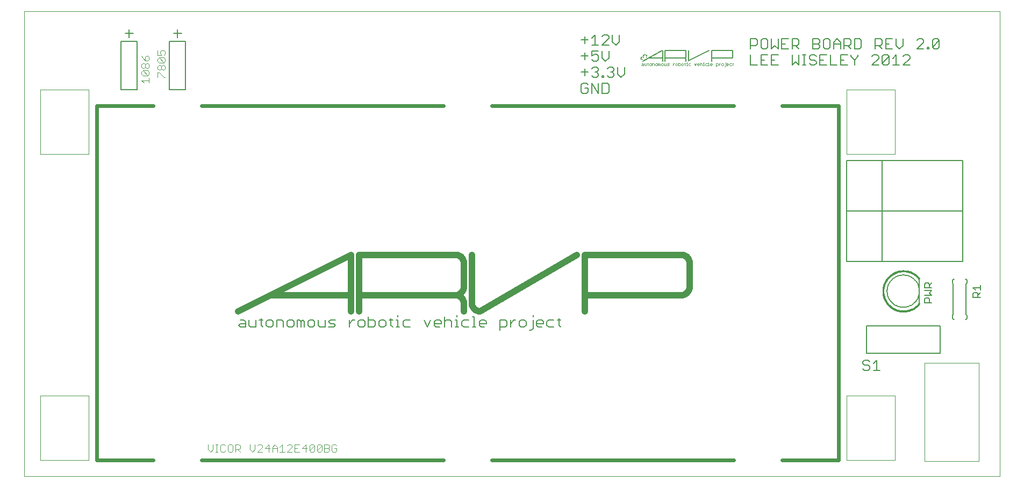
<source format=gto>
G75*
G70*
%OFA0B0*%
%FSLAX24Y24*%
%IPPOS*%
%LPD*%
%AMOC8*
5,1,8,0,0,1.08239X$1,22.5*
%
%ADD10C,0.0000*%
%ADD11C,0.0060*%
%ADD12C,0.0050*%
%ADD13C,0.0080*%
%ADD14C,0.0010*%
%ADD15C,0.0039*%
%ADD16C,0.0020*%
%ADD17C,0.0240*%
%ADD18C,0.0040*%
%ADD19C,0.0070*%
%ADD20C,0.0400*%
D10*
X000101Y000101D02*
X000101Y028971D01*
X060593Y028971D01*
X060593Y000101D01*
X000101Y000101D01*
D11*
X013381Y009488D02*
X013488Y009594D01*
X013808Y009594D01*
X013808Y009701D02*
X013808Y009381D01*
X013488Y009381D01*
X013381Y009488D01*
X013488Y009808D02*
X013701Y009808D01*
X013808Y009701D01*
X014025Y009808D02*
X014025Y009488D01*
X014132Y009381D01*
X014452Y009381D01*
X014452Y009808D01*
X014670Y009808D02*
X014883Y009808D01*
X014777Y009915D02*
X014777Y009488D01*
X014883Y009381D01*
X015100Y009488D02*
X015206Y009381D01*
X015420Y009381D01*
X015527Y009488D01*
X015527Y009701D01*
X015420Y009808D01*
X015206Y009808D01*
X015100Y009701D01*
X015100Y009488D01*
X015744Y009381D02*
X015744Y009808D01*
X016064Y009808D01*
X016171Y009701D01*
X016171Y009381D01*
X016389Y009488D02*
X016389Y009701D01*
X016495Y009808D01*
X016709Y009808D01*
X016816Y009701D01*
X016816Y009488D01*
X016709Y009381D01*
X016495Y009381D01*
X016389Y009488D01*
X017033Y009381D02*
X017033Y009808D01*
X017140Y009808D01*
X017247Y009701D01*
X017353Y009808D01*
X017460Y009701D01*
X017460Y009381D01*
X017247Y009381D02*
X017247Y009701D01*
X017678Y009701D02*
X017678Y009488D01*
X017784Y009381D01*
X017998Y009381D01*
X018105Y009488D01*
X018105Y009701D01*
X017998Y009808D01*
X017784Y009808D01*
X017678Y009701D01*
X018322Y009808D02*
X018322Y009488D01*
X018429Y009381D01*
X018749Y009381D01*
X018749Y009808D01*
X018967Y009701D02*
X019073Y009594D01*
X019287Y009594D01*
X019394Y009488D01*
X019287Y009381D01*
X018967Y009381D01*
X018967Y009701D02*
X019073Y009808D01*
X019394Y009808D01*
X020256Y009808D02*
X020256Y009381D01*
X020256Y009594D02*
X020469Y009808D01*
X020576Y009808D01*
X020793Y009701D02*
X020793Y009488D01*
X020900Y009381D01*
X021113Y009381D01*
X021220Y009488D01*
X021220Y009701D01*
X021113Y009808D01*
X020900Y009808D01*
X020793Y009701D01*
X021437Y009808D02*
X021758Y009808D01*
X021864Y009701D01*
X021864Y009488D01*
X021758Y009381D01*
X021437Y009381D01*
X021437Y010021D01*
X022082Y009701D02*
X022082Y009488D01*
X022189Y009381D01*
X022402Y009381D01*
X022509Y009488D01*
X022509Y009701D01*
X022402Y009808D01*
X022189Y009808D01*
X022082Y009701D01*
X022726Y009808D02*
X022940Y009808D01*
X022833Y009915D02*
X022833Y009488D01*
X022940Y009381D01*
X023156Y009381D02*
X023370Y009381D01*
X023263Y009381D02*
X023263Y009808D01*
X023156Y009808D01*
X023263Y010021D02*
X023263Y010128D01*
X023586Y009701D02*
X023586Y009488D01*
X023693Y009381D01*
X024013Y009381D01*
X024013Y009808D02*
X023693Y009808D01*
X023586Y009701D01*
X024875Y009808D02*
X025088Y009381D01*
X025302Y009808D01*
X025519Y009701D02*
X025519Y009488D01*
X025626Y009381D01*
X025840Y009381D01*
X025946Y009594D02*
X025519Y009594D01*
X025519Y009701D02*
X025626Y009808D01*
X025840Y009808D01*
X025946Y009701D01*
X025946Y009594D01*
X026164Y009701D02*
X026271Y009808D01*
X026484Y009808D01*
X026591Y009701D01*
X026591Y009381D01*
X026808Y009381D02*
X027022Y009381D01*
X026915Y009381D02*
X026915Y009808D01*
X026808Y009808D01*
X026915Y010021D02*
X026915Y010128D01*
X027238Y009701D02*
X027238Y009488D01*
X027345Y009381D01*
X027665Y009381D01*
X027883Y009381D02*
X028096Y009381D01*
X027989Y009381D02*
X027989Y010021D01*
X027883Y010021D01*
X027665Y009808D02*
X027345Y009808D01*
X027238Y009701D01*
X026164Y010021D02*
X026164Y009381D01*
X028312Y009488D02*
X028312Y009701D01*
X028419Y009808D01*
X028633Y009808D01*
X028739Y009701D01*
X028739Y009594D01*
X028312Y009594D01*
X028312Y009488D02*
X028419Y009381D01*
X028633Y009381D01*
X029601Y009381D02*
X029922Y009381D01*
X030028Y009488D01*
X030028Y009701D01*
X029922Y009808D01*
X029601Y009808D01*
X029601Y009167D01*
X030246Y009381D02*
X030246Y009808D01*
X030459Y009808D02*
X030246Y009594D01*
X030459Y009808D02*
X030566Y009808D01*
X030783Y009701D02*
X030783Y009488D01*
X030890Y009381D01*
X031103Y009381D01*
X031210Y009488D01*
X031210Y009701D01*
X031103Y009808D01*
X030890Y009808D01*
X030783Y009701D01*
X031428Y009167D02*
X031534Y009167D01*
X031641Y009274D01*
X031641Y009808D01*
X031641Y010021D02*
X031641Y010128D01*
X031964Y009808D02*
X032177Y009808D01*
X032284Y009701D01*
X032284Y009594D01*
X031857Y009594D01*
X031857Y009488D02*
X031857Y009701D01*
X031964Y009808D01*
X031857Y009488D02*
X031964Y009381D01*
X032177Y009381D01*
X032502Y009488D02*
X032608Y009381D01*
X032929Y009381D01*
X033253Y009488D02*
X033360Y009381D01*
X033253Y009488D02*
X033253Y009915D01*
X033146Y009808D02*
X033360Y009808D01*
X032929Y009808D02*
X032608Y009808D01*
X032502Y009701D01*
X032502Y009488D01*
X053601Y011601D02*
X053603Y011664D01*
X053609Y011726D01*
X053619Y011788D01*
X053632Y011850D01*
X053650Y011910D01*
X053671Y011969D01*
X053696Y012027D01*
X053725Y012083D01*
X053757Y012137D01*
X053792Y012189D01*
X053830Y012238D01*
X053872Y012286D01*
X053916Y012330D01*
X053964Y012372D01*
X054013Y012410D01*
X054065Y012445D01*
X054119Y012477D01*
X054175Y012506D01*
X054233Y012531D01*
X054292Y012552D01*
X054352Y012570D01*
X054414Y012583D01*
X054476Y012593D01*
X054538Y012599D01*
X054601Y012601D01*
X054664Y012599D01*
X054726Y012593D01*
X054788Y012583D01*
X054850Y012570D01*
X054910Y012552D01*
X054969Y012531D01*
X055027Y012506D01*
X055083Y012477D01*
X055137Y012445D01*
X055189Y012410D01*
X055238Y012372D01*
X055286Y012330D01*
X055330Y012286D01*
X055372Y012238D01*
X055410Y012189D01*
X055445Y012137D01*
X055477Y012083D01*
X055506Y012027D01*
X055531Y011969D01*
X055552Y011910D01*
X055570Y011850D01*
X055583Y011788D01*
X055593Y011726D01*
X055599Y011664D01*
X055601Y011601D01*
X055599Y011538D01*
X055593Y011476D01*
X055583Y011414D01*
X055570Y011352D01*
X055552Y011292D01*
X055531Y011233D01*
X055506Y011175D01*
X055477Y011119D01*
X055445Y011065D01*
X055410Y011013D01*
X055372Y010964D01*
X055330Y010916D01*
X055286Y010872D01*
X055238Y010830D01*
X055189Y010792D01*
X055137Y010757D01*
X055083Y010725D01*
X055027Y010696D01*
X054969Y010671D01*
X054910Y010650D01*
X054850Y010632D01*
X054788Y010619D01*
X054726Y010609D01*
X054664Y010603D01*
X054601Y010601D01*
X054538Y010603D01*
X054476Y010609D01*
X054414Y010619D01*
X054352Y010632D01*
X054292Y010650D01*
X054233Y010671D01*
X054175Y010696D01*
X054119Y010725D01*
X054065Y010757D01*
X054013Y010792D01*
X053964Y010830D01*
X053916Y010872D01*
X053872Y010916D01*
X053830Y010964D01*
X053792Y011013D01*
X053757Y011065D01*
X053725Y011119D01*
X053696Y011175D01*
X053671Y011233D01*
X053650Y011292D01*
X053632Y011352D01*
X053619Y011414D01*
X053609Y011476D01*
X053603Y011538D01*
X053601Y011601D01*
X057651Y012101D02*
X057701Y012051D01*
X057701Y010151D01*
X057651Y010101D01*
X057651Y009951D01*
X057653Y009934D01*
X057657Y009917D01*
X057664Y009901D01*
X057674Y009887D01*
X057687Y009874D01*
X057701Y009864D01*
X057717Y009857D01*
X057734Y009853D01*
X057751Y009851D01*
X058451Y009851D02*
X058468Y009853D01*
X058485Y009857D01*
X058501Y009864D01*
X058515Y009874D01*
X058528Y009887D01*
X058538Y009901D01*
X058545Y009917D01*
X058549Y009934D01*
X058551Y009951D01*
X058551Y010101D01*
X058501Y010151D01*
X058501Y012051D01*
X058551Y012101D01*
X058551Y012251D01*
X058549Y012268D01*
X058545Y012285D01*
X058538Y012301D01*
X058528Y012315D01*
X058515Y012328D01*
X058501Y012338D01*
X058485Y012345D01*
X058468Y012349D01*
X058451Y012351D01*
X057751Y012351D02*
X057734Y012349D01*
X057717Y012345D01*
X057701Y012338D01*
X057687Y012328D01*
X057674Y012315D01*
X057664Y012301D01*
X057657Y012285D01*
X057653Y012268D01*
X057651Y012251D01*
X057651Y012101D01*
X036347Y023988D02*
X036347Y024415D01*
X036240Y024521D01*
X035920Y024521D01*
X035920Y023881D01*
X036240Y023881D01*
X036347Y023988D01*
X035702Y023881D02*
X035702Y024521D01*
X035596Y024881D02*
X035382Y024881D01*
X035275Y024988D01*
X035489Y025201D02*
X035596Y025201D01*
X035702Y025094D01*
X035702Y024988D01*
X035596Y024881D01*
X035596Y025201D02*
X035702Y025308D01*
X035702Y025415D01*
X035596Y025521D01*
X035382Y025521D01*
X035275Y025415D01*
X035058Y025201D02*
X034631Y025201D01*
X034844Y025415D02*
X034844Y024988D01*
X034738Y024521D02*
X034631Y024415D01*
X034631Y023988D01*
X034738Y023881D01*
X034951Y023881D01*
X035058Y023988D01*
X035058Y024201D01*
X034844Y024201D01*
X035058Y024415D02*
X034951Y024521D01*
X034738Y024521D01*
X035275Y024521D02*
X035702Y023881D01*
X035275Y023881D02*
X035275Y024521D01*
X035920Y024881D02*
X036027Y024881D01*
X036027Y024988D01*
X035920Y024988D01*
X035920Y024881D01*
X036242Y024988D02*
X036349Y024881D01*
X036562Y024881D01*
X036669Y024988D01*
X036669Y025094D01*
X036562Y025201D01*
X036456Y025201D01*
X036562Y025201D02*
X036669Y025308D01*
X036669Y025415D01*
X036562Y025521D01*
X036349Y025521D01*
X036242Y025415D01*
X036887Y025521D02*
X036887Y025094D01*
X037100Y024881D01*
X037314Y025094D01*
X037314Y025521D01*
X036347Y026094D02*
X036347Y026521D01*
X036347Y026881D02*
X035920Y026881D01*
X036347Y027308D01*
X036347Y027415D01*
X036240Y027521D01*
X036027Y027521D01*
X035920Y027415D01*
X035489Y027521D02*
X035275Y027308D01*
X035058Y027201D02*
X034631Y027201D01*
X034844Y027415D02*
X034844Y026988D01*
X035275Y026881D02*
X035702Y026881D01*
X035489Y026881D02*
X035489Y027521D01*
X036564Y027521D02*
X036564Y027094D01*
X036778Y026881D01*
X036991Y027094D01*
X036991Y027521D01*
X035920Y026521D02*
X035920Y026094D01*
X036133Y025881D01*
X036347Y026094D01*
X035702Y026201D02*
X035702Y025988D01*
X035596Y025881D01*
X035382Y025881D01*
X035275Y025988D01*
X035275Y026201D02*
X035489Y026308D01*
X035596Y026308D01*
X035702Y026201D01*
X035702Y026521D02*
X035275Y026521D01*
X035275Y026201D01*
X035058Y026201D02*
X034631Y026201D01*
X034844Y026415D02*
X034844Y025988D01*
X045131Y026271D02*
X045131Y025631D01*
X045558Y025631D01*
X045775Y025631D02*
X046202Y025631D01*
X046420Y025631D02*
X046847Y025631D01*
X046633Y025951D02*
X046420Y025951D01*
X046420Y026271D02*
X046420Y025631D01*
X045989Y025951D02*
X045775Y025951D01*
X045775Y026271D02*
X045775Y025631D01*
X045775Y026271D02*
X046202Y026271D01*
X046420Y026271D02*
X046847Y026271D01*
X046847Y026631D02*
X046847Y027271D01*
X047064Y027271D02*
X047064Y026631D01*
X047491Y026631D01*
X047709Y026631D02*
X047709Y027271D01*
X048029Y027271D01*
X048136Y027165D01*
X048136Y026951D01*
X048029Y026844D01*
X047709Y026844D01*
X047922Y026844D02*
X048136Y026631D01*
X048136Y026271D02*
X048136Y025631D01*
X047922Y025844D01*
X047709Y025631D01*
X047709Y026271D01*
X048353Y026271D02*
X048567Y026271D01*
X048460Y026271D02*
X048460Y025631D01*
X048353Y025631D02*
X048567Y025631D01*
X048783Y025738D02*
X048890Y025631D01*
X049103Y025631D01*
X049210Y025738D01*
X049210Y025844D01*
X049103Y025951D01*
X048890Y025951D01*
X048783Y026058D01*
X048783Y026165D01*
X048890Y026271D01*
X049103Y026271D01*
X049210Y026165D01*
X049428Y026271D02*
X049428Y025631D01*
X049855Y025631D01*
X050072Y025631D02*
X050499Y025631D01*
X050717Y025631D02*
X051144Y025631D01*
X050930Y025951D02*
X050717Y025951D01*
X050717Y026271D02*
X050717Y025631D01*
X050072Y025631D02*
X050072Y026271D01*
X049855Y026271D02*
X049428Y026271D01*
X049428Y025951D02*
X049641Y025951D01*
X049749Y026631D02*
X049963Y026631D01*
X050069Y026738D01*
X050069Y027165D01*
X049963Y027271D01*
X049749Y027271D01*
X049642Y027165D01*
X049642Y026738D01*
X049749Y026631D01*
X049425Y026738D02*
X049318Y026631D01*
X048998Y026631D01*
X048998Y027271D01*
X049318Y027271D01*
X049425Y027165D01*
X049425Y027058D01*
X049318Y026951D01*
X048998Y026951D01*
X049318Y026951D02*
X049425Y026844D01*
X049425Y026738D01*
X050287Y026631D02*
X050287Y027058D01*
X050501Y027271D01*
X050714Y027058D01*
X050714Y026631D01*
X050932Y026631D02*
X050932Y027271D01*
X051252Y027271D01*
X051359Y027165D01*
X051359Y026951D01*
X051252Y026844D01*
X050932Y026844D01*
X051145Y026844D02*
X051359Y026631D01*
X051576Y026631D02*
X051896Y026631D01*
X052003Y026738D01*
X052003Y027165D01*
X051896Y027271D01*
X051576Y027271D01*
X051576Y026631D01*
X051788Y026271D02*
X051788Y026165D01*
X051575Y025951D01*
X051575Y025631D01*
X051575Y025951D02*
X051361Y026165D01*
X051361Y026271D01*
X051144Y026271D02*
X050717Y026271D01*
X050714Y026951D02*
X050287Y026951D01*
X052650Y026165D02*
X052757Y026271D01*
X052971Y026271D01*
X053077Y026165D01*
X053077Y026058D01*
X052650Y025631D01*
X053077Y025631D01*
X053295Y025738D02*
X053722Y026165D01*
X053722Y025738D01*
X053615Y025631D01*
X053402Y025631D01*
X053295Y025738D01*
X053295Y026165D01*
X053402Y026271D01*
X053615Y026271D01*
X053722Y026165D01*
X053939Y026058D02*
X054153Y026271D01*
X054153Y025631D01*
X054366Y025631D02*
X053939Y025631D01*
X054584Y025631D02*
X055011Y026058D01*
X055011Y026165D01*
X054904Y026271D01*
X054691Y026271D01*
X054584Y026165D01*
X054584Y025631D02*
X055011Y025631D01*
X055443Y026631D02*
X055870Y027058D01*
X055870Y027165D01*
X055763Y027271D01*
X055550Y027271D01*
X055443Y027165D01*
X056410Y027165D02*
X056517Y027271D01*
X056730Y027271D01*
X056837Y027165D01*
X056410Y026738D01*
X056517Y026631D01*
X056730Y026631D01*
X056837Y026738D01*
X056837Y027165D01*
X056410Y027165D02*
X056410Y026738D01*
X056194Y026738D02*
X056194Y026631D01*
X056088Y026631D01*
X056088Y026738D01*
X056194Y026738D01*
X055870Y026631D02*
X055443Y026631D01*
X054581Y026844D02*
X054581Y027271D01*
X054581Y026844D02*
X054368Y026631D01*
X054154Y026844D01*
X054154Y027271D01*
X053937Y027271D02*
X053510Y027271D01*
X053510Y026631D01*
X053937Y026631D01*
X053723Y026951D02*
X053510Y026951D01*
X053292Y026951D02*
X053292Y027165D01*
X053185Y027271D01*
X052865Y027271D01*
X052865Y026631D01*
X052865Y026844D02*
X053185Y026844D01*
X053292Y026951D01*
X053079Y026844D02*
X053292Y026631D01*
X047491Y027271D02*
X047064Y027271D01*
X047064Y026951D02*
X047278Y026951D01*
X046847Y026631D02*
X046633Y026844D01*
X046420Y026631D01*
X046420Y027271D01*
X046202Y027165D02*
X046096Y027271D01*
X045882Y027271D01*
X045775Y027165D01*
X045775Y026738D01*
X045882Y026631D01*
X046096Y026631D01*
X046202Y026738D01*
X046202Y027165D01*
X045558Y027165D02*
X045558Y026951D01*
X045451Y026844D01*
X045131Y026844D01*
X045131Y026631D02*
X045131Y027271D01*
X045451Y027271D01*
X045558Y027165D01*
D12*
X044031Y026491D02*
X044031Y026151D01*
X044031Y026141D01*
X044030Y026150D02*
X044029Y026136D01*
X044025Y026122D01*
X044018Y026110D01*
X044008Y026099D01*
X043997Y026090D01*
X043984Y026084D01*
X043970Y026081D01*
X043961Y026081D02*
X042721Y026081D01*
X042721Y025891D01*
X042721Y026081D02*
X042721Y026551D01*
X043961Y026551D01*
X043961Y026550D02*
X043975Y026549D01*
X043989Y026545D01*
X044001Y026538D01*
X044012Y026528D01*
X044021Y026517D01*
X044027Y026504D01*
X044030Y026490D01*
X042571Y026551D02*
X041291Y025911D01*
X041291Y026561D01*
X041131Y026491D02*
X041131Y026151D01*
X041131Y026141D01*
X041130Y026150D02*
X041129Y026136D01*
X041125Y026122D01*
X041118Y026110D01*
X041108Y026099D01*
X041097Y026090D01*
X041084Y026084D01*
X041070Y026081D01*
X041061Y026081D02*
X041051Y026081D01*
X039821Y026081D01*
X039821Y025891D01*
X039691Y025891D02*
X039691Y026561D01*
X039671Y026551D02*
X038441Y025891D01*
X038801Y026081D02*
X039671Y026081D01*
X039821Y026081D02*
X039821Y026551D01*
X041061Y026551D01*
X041061Y026550D02*
X041075Y026549D01*
X041089Y026545D01*
X041101Y026538D01*
X041112Y026528D01*
X041121Y026517D01*
X041127Y026504D01*
X041130Y026490D01*
X041121Y026031D02*
X041121Y025891D01*
X041120Y026020D02*
X041117Y026034D01*
X041111Y026047D01*
X041102Y026058D01*
X041091Y026068D01*
X041079Y026075D01*
X041065Y026079D01*
X041051Y026080D01*
X051101Y019701D02*
X051101Y016573D01*
X053301Y016573D01*
X053301Y013446D01*
X051101Y013446D02*
X051101Y016573D01*
X053301Y016573D02*
X053301Y019701D01*
X058301Y019701D01*
X058301Y016573D01*
X053301Y016573D01*
X058301Y016573D02*
X058301Y013446D01*
X051101Y013446D01*
X055915Y012022D02*
X055915Y011796D01*
X056366Y011796D01*
X056216Y011796D02*
X056216Y012022D01*
X056141Y012097D01*
X055990Y012097D01*
X055915Y012022D01*
X056216Y011947D02*
X056366Y012097D01*
X056366Y011636D02*
X055915Y011636D01*
X056216Y011486D02*
X056366Y011636D01*
X056216Y011486D02*
X056366Y011336D01*
X055915Y011336D01*
X055990Y011176D02*
X056141Y011176D01*
X056216Y011101D01*
X056216Y010876D01*
X056366Y010876D02*
X055915Y010876D01*
X055915Y011101D01*
X055990Y011176D01*
X058925Y011205D02*
X058925Y011430D01*
X059000Y011505D01*
X059151Y011505D01*
X059226Y011430D01*
X059226Y011205D01*
X059376Y011205D02*
X058925Y011205D01*
X059226Y011355D02*
X059376Y011505D01*
X059376Y011665D02*
X059376Y011966D01*
X059376Y011816D02*
X058925Y011816D01*
X059076Y011665D01*
X053301Y019701D02*
X051101Y019701D01*
X010101Y024101D02*
X010101Y027101D01*
X009101Y027101D01*
X009101Y024101D01*
X010101Y024101D01*
X007101Y024101D02*
X007101Y027101D01*
X006101Y027101D01*
X006101Y024101D01*
X007101Y024101D01*
X006601Y027351D02*
X006601Y027851D01*
X006851Y027601D02*
X006351Y027601D01*
X009351Y027601D02*
X009851Y027601D01*
X009601Y027351D02*
X009601Y027851D01*
D13*
X052311Y009457D02*
X052311Y007744D01*
X056890Y007744D01*
X056890Y009457D01*
X052311Y009457D01*
X055601Y010851D02*
X055601Y012351D01*
D14*
X055633Y012381D02*
X055561Y012327D01*
X055562Y012328D02*
X055519Y012381D01*
X055474Y012432D01*
X055425Y012480D01*
X055374Y012525D01*
X055320Y012568D01*
X055264Y012607D01*
X055206Y012643D01*
X055146Y012676D01*
X055085Y012705D01*
X055021Y012730D01*
X054957Y012752D01*
X054891Y012771D01*
X054824Y012785D01*
X054757Y012796D01*
X054689Y012803D01*
X054621Y012806D01*
X054552Y012805D01*
X054484Y012800D01*
X054416Y012792D01*
X054349Y012779D01*
X054283Y012763D01*
X054218Y012743D01*
X054153Y012720D01*
X054091Y012693D01*
X054030Y012662D01*
X053971Y012628D01*
X053913Y012591D01*
X053858Y012550D01*
X053806Y012506D01*
X053756Y012460D01*
X053709Y012411D01*
X053664Y012359D01*
X053623Y012305D01*
X053584Y012248D01*
X053549Y012189D01*
X053518Y012129D01*
X053490Y012067D01*
X053465Y012003D01*
X053444Y011938D01*
X053427Y011872D01*
X053413Y011805D01*
X053404Y011737D01*
X053398Y011669D01*
X053396Y011601D01*
X053398Y011533D01*
X053404Y011465D01*
X053413Y011397D01*
X053427Y011330D01*
X053444Y011264D01*
X053465Y011199D01*
X053490Y011135D01*
X053518Y011073D01*
X053549Y011013D01*
X053584Y010954D01*
X053623Y010897D01*
X053664Y010843D01*
X053709Y010791D01*
X053756Y010742D01*
X053806Y010696D01*
X053858Y010652D01*
X053913Y010611D01*
X053971Y010574D01*
X054030Y010540D01*
X054091Y010509D01*
X054153Y010482D01*
X054218Y010459D01*
X054283Y010439D01*
X054349Y010423D01*
X054416Y010410D01*
X054484Y010402D01*
X054552Y010397D01*
X054621Y010396D01*
X054689Y010399D01*
X054757Y010406D01*
X054824Y010417D01*
X054891Y010431D01*
X054957Y010450D01*
X055021Y010472D01*
X055085Y010497D01*
X055146Y010526D01*
X055206Y010559D01*
X055264Y010595D01*
X055320Y010634D01*
X055374Y010677D01*
X055425Y010722D01*
X055474Y010770D01*
X055519Y010821D01*
X055562Y010874D01*
X055633Y010821D01*
X055634Y010820D01*
X055590Y010765D01*
X055542Y010712D01*
X055492Y010661D01*
X055439Y010614D01*
X055384Y010570D01*
X055326Y010528D01*
X055266Y010490D01*
X055205Y010455D01*
X055141Y010424D01*
X055076Y010396D01*
X055009Y010372D01*
X054941Y010351D01*
X054872Y010335D01*
X054802Y010322D01*
X054732Y010313D01*
X054661Y010307D01*
X054590Y010306D01*
X054519Y010309D01*
X054448Y010315D01*
X054378Y010325D01*
X054309Y010339D01*
X054240Y010357D01*
X054172Y010379D01*
X054106Y010404D01*
X054041Y010433D01*
X053978Y010466D01*
X053917Y010502D01*
X053858Y010541D01*
X053801Y010583D01*
X053746Y010628D01*
X053694Y010677D01*
X053645Y010728D01*
X053598Y010781D01*
X053555Y010838D01*
X053515Y010896D01*
X053478Y010957D01*
X053444Y011019D01*
X053414Y011083D01*
X053387Y011149D01*
X053364Y011216D01*
X053345Y011285D01*
X053330Y011354D01*
X053318Y011424D01*
X053310Y011495D01*
X053306Y011566D01*
X053306Y011636D01*
X053310Y011707D01*
X053318Y011778D01*
X053330Y011848D01*
X053345Y011917D01*
X053364Y011986D01*
X053387Y012053D01*
X053414Y012119D01*
X053444Y012183D01*
X053478Y012245D01*
X053515Y012306D01*
X053555Y012364D01*
X053598Y012421D01*
X053645Y012474D01*
X053694Y012525D01*
X053746Y012574D01*
X053801Y012619D01*
X053858Y012661D01*
X053917Y012700D01*
X053978Y012736D01*
X054041Y012769D01*
X054106Y012798D01*
X054172Y012823D01*
X054240Y012845D01*
X054309Y012863D01*
X054378Y012877D01*
X054448Y012887D01*
X054519Y012893D01*
X054590Y012896D01*
X054661Y012895D01*
X054732Y012889D01*
X054802Y012880D01*
X054872Y012867D01*
X054941Y012851D01*
X055009Y012830D01*
X055076Y012806D01*
X055141Y012778D01*
X055205Y012747D01*
X055266Y012712D01*
X055326Y012674D01*
X055384Y012632D01*
X055439Y012588D01*
X055492Y012541D01*
X055542Y012490D01*
X055590Y012437D01*
X055634Y012382D01*
X055627Y012377D01*
X055582Y012432D01*
X055535Y012485D01*
X055484Y012536D01*
X055431Y012583D01*
X055375Y012628D01*
X055317Y012669D01*
X055257Y012707D01*
X055195Y012742D01*
X055131Y012773D01*
X055065Y012800D01*
X054998Y012824D01*
X054929Y012844D01*
X054860Y012861D01*
X054790Y012873D01*
X054719Y012882D01*
X054648Y012886D01*
X054577Y012887D01*
X054506Y012883D01*
X054435Y012876D01*
X054364Y012865D01*
X054295Y012850D01*
X054226Y012831D01*
X054158Y012808D01*
X054092Y012782D01*
X054027Y012752D01*
X053965Y012718D01*
X053904Y012682D01*
X053845Y012641D01*
X053788Y012598D01*
X053734Y012551D01*
X053683Y012502D01*
X053635Y012449D01*
X053589Y012395D01*
X053547Y012337D01*
X053508Y012278D01*
X053472Y012216D01*
X053439Y012153D01*
X053411Y012088D01*
X053385Y012021D01*
X053364Y011953D01*
X053346Y011884D01*
X053333Y011814D01*
X053323Y011743D01*
X053317Y011672D01*
X053315Y011601D01*
X053317Y011530D01*
X053323Y011459D01*
X053333Y011388D01*
X053346Y011318D01*
X053364Y011249D01*
X053385Y011181D01*
X053411Y011114D01*
X053439Y011049D01*
X053472Y010986D01*
X053508Y010924D01*
X053547Y010865D01*
X053589Y010807D01*
X053635Y010753D01*
X053683Y010700D01*
X053734Y010651D01*
X053788Y010604D01*
X053845Y010561D01*
X053904Y010520D01*
X053965Y010484D01*
X054027Y010450D01*
X054092Y010420D01*
X054158Y010394D01*
X054226Y010371D01*
X054295Y010352D01*
X054364Y010337D01*
X054435Y010326D01*
X054506Y010319D01*
X054577Y010315D01*
X054648Y010316D01*
X054719Y010320D01*
X054790Y010329D01*
X054860Y010341D01*
X054929Y010358D01*
X054998Y010378D01*
X055065Y010402D01*
X055131Y010429D01*
X055195Y010460D01*
X055257Y010495D01*
X055317Y010533D01*
X055375Y010574D01*
X055431Y010619D01*
X055484Y010666D01*
X055535Y010717D01*
X055582Y010770D01*
X055627Y010825D01*
X055620Y010831D01*
X055575Y010776D01*
X055528Y010723D01*
X055478Y010673D01*
X055425Y010626D01*
X055370Y010582D01*
X055312Y010540D01*
X055253Y010503D01*
X055191Y010468D01*
X055127Y010437D01*
X055062Y010410D01*
X054995Y010386D01*
X054927Y010366D01*
X054858Y010350D01*
X054789Y010338D01*
X054718Y010329D01*
X054648Y010325D01*
X054577Y010324D01*
X054506Y010328D01*
X054436Y010335D01*
X054366Y010346D01*
X054297Y010361D01*
X054229Y010380D01*
X054161Y010402D01*
X054096Y010428D01*
X054031Y010458D01*
X053969Y010491D01*
X053909Y010528D01*
X053850Y010568D01*
X053794Y010611D01*
X053740Y010657D01*
X053690Y010707D01*
X053641Y010758D01*
X053596Y010813D01*
X053554Y010870D01*
X053515Y010929D01*
X053480Y010990D01*
X053447Y011053D01*
X053419Y011118D01*
X053394Y011184D01*
X053373Y011252D01*
X053355Y011320D01*
X053342Y011390D01*
X053332Y011460D01*
X053326Y011530D01*
X053324Y011601D01*
X053326Y011672D01*
X053332Y011742D01*
X053342Y011812D01*
X053355Y011882D01*
X053373Y011950D01*
X053394Y012018D01*
X053419Y012084D01*
X053447Y012149D01*
X053480Y012212D01*
X053515Y012273D01*
X053554Y012332D01*
X053596Y012389D01*
X053641Y012444D01*
X053690Y012495D01*
X053740Y012545D01*
X053794Y012591D01*
X053850Y012634D01*
X053909Y012674D01*
X053969Y012711D01*
X054031Y012744D01*
X054096Y012774D01*
X054161Y012800D01*
X054229Y012822D01*
X054297Y012841D01*
X054366Y012856D01*
X054436Y012867D01*
X054506Y012874D01*
X054577Y012878D01*
X054648Y012877D01*
X054718Y012873D01*
X054789Y012864D01*
X054858Y012852D01*
X054927Y012836D01*
X054995Y012816D01*
X055062Y012792D01*
X055127Y012765D01*
X055191Y012734D01*
X055253Y012699D01*
X055312Y012662D01*
X055370Y012620D01*
X055425Y012576D01*
X055478Y012529D01*
X055528Y012479D01*
X055575Y012426D01*
X055620Y012371D01*
X055612Y012366D01*
X055568Y012421D01*
X055520Y012474D01*
X055470Y012524D01*
X055417Y012572D01*
X055361Y012616D01*
X055303Y012657D01*
X055243Y012694D01*
X055181Y012729D01*
X055117Y012759D01*
X055051Y012786D01*
X054984Y012810D01*
X054916Y012829D01*
X054846Y012845D01*
X054776Y012857D01*
X054706Y012865D01*
X054635Y012869D01*
X054564Y012868D01*
X054493Y012864D01*
X054422Y012856D01*
X054352Y012844D01*
X054283Y012828D01*
X054215Y012809D01*
X054147Y012785D01*
X054082Y012758D01*
X054018Y012727D01*
X053956Y012693D01*
X053896Y012655D01*
X053838Y012613D01*
X053782Y012569D01*
X053729Y012522D01*
X053679Y012471D01*
X053632Y012418D01*
X053587Y012363D01*
X053546Y012305D01*
X053509Y012245D01*
X053474Y012182D01*
X053443Y012118D01*
X053416Y012053D01*
X053393Y011986D01*
X053373Y011917D01*
X053357Y011848D01*
X053345Y011778D01*
X053337Y011707D01*
X053333Y011637D01*
X053333Y011565D01*
X053337Y011495D01*
X053345Y011424D01*
X053357Y011354D01*
X053373Y011285D01*
X053393Y011216D01*
X053416Y011149D01*
X053443Y011084D01*
X053474Y011020D01*
X053509Y010957D01*
X053546Y010897D01*
X053587Y010839D01*
X053632Y010784D01*
X053679Y010731D01*
X053729Y010680D01*
X053782Y010633D01*
X053838Y010589D01*
X053896Y010547D01*
X053956Y010509D01*
X054018Y010475D01*
X054082Y010444D01*
X054147Y010417D01*
X054215Y010393D01*
X054283Y010374D01*
X054352Y010358D01*
X054422Y010346D01*
X054493Y010338D01*
X054564Y010334D01*
X054635Y010333D01*
X054706Y010337D01*
X054776Y010345D01*
X054846Y010357D01*
X054916Y010373D01*
X054984Y010392D01*
X055051Y010416D01*
X055117Y010443D01*
X055181Y010473D01*
X055243Y010508D01*
X055303Y010545D01*
X055361Y010586D01*
X055417Y010630D01*
X055470Y010678D01*
X055520Y010728D01*
X055568Y010781D01*
X055612Y010836D01*
X055605Y010842D01*
X055561Y010787D01*
X055514Y010734D01*
X055464Y010684D01*
X055411Y010637D01*
X055356Y010593D01*
X055298Y010553D01*
X055239Y010515D01*
X055177Y010481D01*
X055113Y010451D01*
X055048Y010424D01*
X054981Y010401D01*
X054913Y010381D01*
X054845Y010366D01*
X054775Y010354D01*
X054705Y010346D01*
X054634Y010342D01*
X054564Y010343D01*
X054493Y010347D01*
X054423Y010355D01*
X054354Y010367D01*
X054285Y010382D01*
X054217Y010402D01*
X054151Y010425D01*
X054086Y010452D01*
X054022Y010483D01*
X053960Y010517D01*
X053901Y010555D01*
X053843Y010596D01*
X053788Y010640D01*
X053735Y010687D01*
X053686Y010737D01*
X053639Y010789D01*
X053595Y010845D01*
X053554Y010902D01*
X053516Y010962D01*
X053482Y011024D01*
X053452Y011087D01*
X053425Y011152D01*
X053401Y011219D01*
X053382Y011287D01*
X053366Y011356D01*
X053354Y011425D01*
X053346Y011495D01*
X053342Y011566D01*
X053342Y011636D01*
X053346Y011707D01*
X053354Y011777D01*
X053366Y011846D01*
X053382Y011915D01*
X053401Y011983D01*
X053425Y012050D01*
X053452Y012115D01*
X053482Y012178D01*
X053516Y012240D01*
X053554Y012300D01*
X053595Y012357D01*
X053639Y012413D01*
X053686Y012465D01*
X053735Y012515D01*
X053788Y012562D01*
X053843Y012606D01*
X053901Y012647D01*
X053960Y012685D01*
X054022Y012719D01*
X054086Y012750D01*
X054151Y012777D01*
X054217Y012800D01*
X054285Y012820D01*
X054354Y012835D01*
X054423Y012847D01*
X054493Y012855D01*
X054564Y012859D01*
X054634Y012860D01*
X054705Y012856D01*
X054775Y012848D01*
X054845Y012836D01*
X054913Y012821D01*
X054981Y012801D01*
X055048Y012778D01*
X055113Y012751D01*
X055177Y012721D01*
X055239Y012687D01*
X055298Y012649D01*
X055356Y012609D01*
X055411Y012565D01*
X055464Y012518D01*
X055514Y012468D01*
X055561Y012415D01*
X055605Y012360D01*
X055598Y012355D01*
X055554Y012410D01*
X055507Y012462D01*
X055458Y012511D01*
X055405Y012558D01*
X055351Y012601D01*
X055293Y012642D01*
X055234Y012679D01*
X055173Y012713D01*
X055109Y012743D01*
X055045Y012770D01*
X054978Y012793D01*
X054911Y012812D01*
X054843Y012827D01*
X054774Y012839D01*
X054704Y012847D01*
X054634Y012851D01*
X054564Y012850D01*
X054494Y012846D01*
X054425Y012838D01*
X054356Y012827D01*
X054287Y012811D01*
X054220Y012792D01*
X054154Y012768D01*
X054089Y012741D01*
X054026Y012711D01*
X053965Y012677D01*
X053906Y012640D01*
X053848Y012599D01*
X053794Y012555D01*
X053742Y012509D01*
X053692Y012459D01*
X053645Y012407D01*
X053602Y012352D01*
X053561Y012295D01*
X053524Y012236D01*
X053490Y012174D01*
X053460Y012111D01*
X053433Y012046D01*
X053410Y011980D01*
X053391Y011913D01*
X053375Y011845D01*
X053363Y011776D01*
X053355Y011706D01*
X053351Y011636D01*
X053351Y011566D01*
X053355Y011496D01*
X053363Y011426D01*
X053375Y011357D01*
X053391Y011289D01*
X053410Y011222D01*
X053433Y011156D01*
X053460Y011091D01*
X053490Y011028D01*
X053524Y010966D01*
X053561Y010907D01*
X053602Y010850D01*
X053645Y010795D01*
X053692Y010743D01*
X053742Y010693D01*
X053794Y010647D01*
X053848Y010603D01*
X053906Y010562D01*
X053965Y010525D01*
X054026Y010491D01*
X054089Y010461D01*
X054154Y010434D01*
X054220Y010410D01*
X054287Y010391D01*
X054356Y010375D01*
X054425Y010364D01*
X054494Y010356D01*
X054564Y010352D01*
X054634Y010351D01*
X054704Y010355D01*
X054774Y010363D01*
X054843Y010375D01*
X054911Y010390D01*
X054978Y010409D01*
X055045Y010432D01*
X055109Y010459D01*
X055173Y010489D01*
X055234Y010523D01*
X055293Y010560D01*
X055351Y010601D01*
X055405Y010644D01*
X055458Y010691D01*
X055507Y010740D01*
X055554Y010792D01*
X055598Y010847D01*
X055591Y010852D01*
X055547Y010798D01*
X055501Y010746D01*
X055452Y010697D01*
X055400Y010651D01*
X055345Y010608D01*
X055288Y010568D01*
X055229Y010531D01*
X055168Y010497D01*
X055106Y010467D01*
X055041Y010441D01*
X054976Y010418D01*
X054909Y010399D01*
X054841Y010383D01*
X054772Y010372D01*
X054703Y010364D01*
X054634Y010360D01*
X054564Y010361D01*
X054495Y010365D01*
X054426Y010372D01*
X054357Y010384D01*
X054290Y010400D01*
X054223Y010419D01*
X054157Y010442D01*
X054093Y010469D01*
X054030Y010499D01*
X053969Y010533D01*
X053911Y010570D01*
X053854Y010610D01*
X053800Y010653D01*
X053748Y010700D01*
X053699Y010749D01*
X053652Y010801D01*
X053609Y010855D01*
X053569Y010912D01*
X053532Y010971D01*
X053498Y011032D01*
X053468Y011095D01*
X053441Y011159D01*
X053418Y011224D01*
X053399Y011291D01*
X053384Y011359D01*
X053372Y011428D01*
X053364Y011497D01*
X053360Y011566D01*
X053360Y011636D01*
X053364Y011705D01*
X053372Y011774D01*
X053384Y011843D01*
X053399Y011911D01*
X053418Y011978D01*
X053441Y012043D01*
X053468Y012107D01*
X053498Y012170D01*
X053532Y012231D01*
X053569Y012290D01*
X053609Y012347D01*
X053652Y012401D01*
X053699Y012453D01*
X053748Y012502D01*
X053800Y012549D01*
X053854Y012592D01*
X053911Y012632D01*
X053969Y012669D01*
X054030Y012703D01*
X054093Y012733D01*
X054157Y012760D01*
X054223Y012783D01*
X054290Y012802D01*
X054357Y012818D01*
X054426Y012830D01*
X054495Y012837D01*
X054564Y012841D01*
X054634Y012842D01*
X054703Y012838D01*
X054772Y012830D01*
X054841Y012819D01*
X054909Y012803D01*
X054976Y012784D01*
X055041Y012761D01*
X055106Y012735D01*
X055168Y012705D01*
X055229Y012671D01*
X055288Y012634D01*
X055345Y012594D01*
X055400Y012551D01*
X055452Y012505D01*
X055501Y012456D01*
X055547Y012404D01*
X055591Y012350D01*
X055584Y012344D01*
X055540Y012398D01*
X055494Y012449D01*
X055445Y012498D01*
X055394Y012544D01*
X055340Y012587D01*
X055283Y012627D01*
X055225Y012663D01*
X055164Y012697D01*
X055102Y012727D01*
X055038Y012753D01*
X054973Y012775D01*
X054907Y012794D01*
X054839Y012810D01*
X054771Y012821D01*
X054703Y012829D01*
X054634Y012833D01*
X054565Y012832D01*
X054496Y012828D01*
X054427Y012821D01*
X054359Y012809D01*
X054292Y012794D01*
X054225Y012774D01*
X054160Y012751D01*
X054097Y012725D01*
X054034Y012695D01*
X053974Y012662D01*
X053916Y012625D01*
X053859Y012585D01*
X053805Y012542D01*
X053754Y012496D01*
X053705Y012447D01*
X053659Y012395D01*
X053616Y012341D01*
X053576Y012285D01*
X053540Y012226D01*
X053506Y012166D01*
X053476Y012104D01*
X053450Y012040D01*
X053427Y011975D01*
X053408Y011908D01*
X053393Y011841D01*
X053381Y011773D01*
X053373Y011704D01*
X053369Y011636D01*
X053369Y011566D01*
X053373Y011498D01*
X053381Y011429D01*
X053393Y011361D01*
X053408Y011294D01*
X053427Y011227D01*
X053450Y011162D01*
X053476Y011098D01*
X053506Y011036D01*
X053540Y010976D01*
X053576Y010917D01*
X053616Y010861D01*
X053659Y010807D01*
X053705Y010755D01*
X053754Y010706D01*
X053805Y010660D01*
X053859Y010617D01*
X053916Y010577D01*
X053974Y010540D01*
X054034Y010507D01*
X054097Y010477D01*
X054160Y010451D01*
X054225Y010428D01*
X054292Y010408D01*
X054359Y010393D01*
X054427Y010381D01*
X054496Y010374D01*
X054565Y010370D01*
X054634Y010369D01*
X054703Y010373D01*
X054771Y010381D01*
X054839Y010392D01*
X054907Y010408D01*
X054973Y010427D01*
X055038Y010449D01*
X055102Y010475D01*
X055164Y010505D01*
X055225Y010539D01*
X055283Y010575D01*
X055340Y010615D01*
X055394Y010658D01*
X055445Y010704D01*
X055494Y010753D01*
X055540Y010804D01*
X055584Y010858D01*
X055576Y010863D01*
X055533Y010809D01*
X055487Y010758D01*
X055437Y010709D01*
X055386Y010663D01*
X055331Y010620D01*
X055274Y010580D01*
X055216Y010544D01*
X055155Y010510D01*
X055092Y010481D01*
X055028Y010455D01*
X054962Y010433D01*
X054895Y010414D01*
X054828Y010399D01*
X054759Y010388D01*
X054690Y010381D01*
X054621Y010378D01*
X054552Y010379D01*
X054482Y010384D01*
X054414Y010392D01*
X054346Y010405D01*
X054278Y010421D01*
X054212Y010442D01*
X054147Y010465D01*
X054083Y010493D01*
X054021Y010524D01*
X053961Y010559D01*
X053903Y010597D01*
X053847Y010638D01*
X053794Y010682D01*
X053743Y010729D01*
X053695Y010779D01*
X053650Y010832D01*
X053608Y010887D01*
X053569Y010944D01*
X053534Y011004D01*
X053502Y011065D01*
X053473Y011128D01*
X053448Y011193D01*
X053427Y011259D01*
X053409Y011326D01*
X053396Y011394D01*
X053386Y011463D01*
X053380Y011532D01*
X053378Y011601D01*
X053380Y011670D01*
X053386Y011739D01*
X053396Y011808D01*
X053409Y011876D01*
X053427Y011943D01*
X053448Y012009D01*
X053473Y012074D01*
X053502Y012137D01*
X053534Y012198D01*
X053569Y012258D01*
X053608Y012315D01*
X053650Y012370D01*
X053695Y012423D01*
X053743Y012473D01*
X053794Y012520D01*
X053847Y012564D01*
X053903Y012605D01*
X053961Y012643D01*
X054021Y012678D01*
X054083Y012709D01*
X054147Y012737D01*
X054212Y012760D01*
X054278Y012781D01*
X054346Y012797D01*
X054414Y012810D01*
X054482Y012818D01*
X054552Y012823D01*
X054621Y012824D01*
X054690Y012821D01*
X054759Y012814D01*
X054828Y012803D01*
X054895Y012788D01*
X054962Y012769D01*
X055028Y012747D01*
X055092Y012721D01*
X055155Y012692D01*
X055216Y012658D01*
X055274Y012622D01*
X055331Y012582D01*
X055386Y012539D01*
X055437Y012493D01*
X055487Y012444D01*
X055533Y012393D01*
X055576Y012339D01*
X055569Y012333D01*
X055526Y012387D01*
X055480Y012438D01*
X055431Y012487D01*
X055380Y012532D01*
X055326Y012575D01*
X055269Y012614D01*
X055211Y012651D01*
X055151Y012684D01*
X055088Y012713D01*
X055025Y012739D01*
X054959Y012761D01*
X054893Y012779D01*
X054826Y012794D01*
X054758Y012805D01*
X054689Y012812D01*
X054621Y012815D01*
X054552Y012814D01*
X054483Y012809D01*
X054415Y012801D01*
X054347Y012788D01*
X054281Y012772D01*
X054215Y012752D01*
X054150Y012728D01*
X054087Y012701D01*
X054026Y012670D01*
X053966Y012636D01*
X053908Y012598D01*
X053853Y012557D01*
X053800Y012513D01*
X053750Y012466D01*
X053702Y012417D01*
X053657Y012365D01*
X053615Y012310D01*
X053577Y012253D01*
X053542Y012194D01*
X053510Y012133D01*
X053481Y012070D01*
X053457Y012006D01*
X053435Y011940D01*
X053418Y011874D01*
X053405Y011806D01*
X053395Y011738D01*
X053389Y011670D01*
X053387Y011601D01*
X053389Y011532D01*
X053395Y011464D01*
X053405Y011396D01*
X053418Y011328D01*
X053435Y011262D01*
X053457Y011196D01*
X053481Y011132D01*
X053510Y011069D01*
X053542Y011008D01*
X053577Y010949D01*
X053615Y010892D01*
X053657Y010837D01*
X053702Y010785D01*
X053750Y010736D01*
X053800Y010689D01*
X053853Y010645D01*
X053908Y010604D01*
X053966Y010566D01*
X054026Y010532D01*
X054087Y010501D01*
X054150Y010474D01*
X054215Y010450D01*
X054281Y010430D01*
X054347Y010414D01*
X054415Y010401D01*
X054483Y010393D01*
X054552Y010388D01*
X054621Y010387D01*
X054689Y010390D01*
X054758Y010397D01*
X054826Y010408D01*
X054893Y010423D01*
X054959Y010441D01*
X055025Y010463D01*
X055088Y010489D01*
X055151Y010518D01*
X055211Y010551D01*
X055269Y010588D01*
X055326Y010627D01*
X055380Y010670D01*
X055431Y010715D01*
X055480Y010764D01*
X055526Y010815D01*
X055569Y010869D01*
D15*
X055908Y007152D02*
X055908Y001050D01*
X059294Y001050D01*
X059294Y007152D01*
X055908Y007152D01*
X054101Y005101D02*
X051101Y005101D01*
X051101Y001101D01*
X054101Y001101D01*
X054101Y005101D01*
X054101Y020101D02*
X051101Y020101D01*
X051101Y024101D01*
X054101Y024101D01*
X054101Y020101D01*
X004101Y020101D02*
X004101Y024101D01*
X001101Y024101D01*
X001101Y020101D01*
X004101Y020101D01*
X004101Y005101D02*
X001101Y005101D01*
X001101Y001101D01*
X004101Y001101D01*
X004101Y005101D01*
D16*
X042995Y025551D02*
X042995Y025731D01*
X043085Y025731D01*
X043115Y025701D01*
X043115Y025641D01*
X043085Y025611D01*
X042995Y025611D01*
X043179Y025611D02*
X043179Y025731D01*
X043239Y025731D02*
X043269Y025731D01*
X043239Y025731D02*
X043179Y025671D01*
X043332Y025701D02*
X043332Y025641D01*
X043362Y025611D01*
X043422Y025611D01*
X043452Y025641D01*
X043452Y025701D01*
X043422Y025731D01*
X043362Y025731D01*
X043332Y025701D01*
X043516Y025551D02*
X043546Y025551D01*
X043577Y025581D01*
X043577Y025731D01*
X043577Y025791D02*
X043577Y025821D01*
X043669Y025731D02*
X043729Y025731D01*
X043759Y025701D01*
X043759Y025671D01*
X043639Y025671D01*
X043639Y025701D02*
X043669Y025731D01*
X043639Y025701D02*
X043639Y025641D01*
X043669Y025611D01*
X043729Y025611D01*
X043823Y025641D02*
X043853Y025611D01*
X043943Y025611D01*
X044038Y025641D02*
X044068Y025611D01*
X044038Y025641D02*
X044038Y025761D01*
X044008Y025731D02*
X044068Y025731D01*
X043943Y025731D02*
X043853Y025731D01*
X043823Y025701D01*
X043823Y025641D01*
X042747Y025671D02*
X042627Y025671D01*
X042627Y025701D02*
X042657Y025731D01*
X042717Y025731D01*
X042747Y025701D01*
X042747Y025671D01*
X042717Y025611D02*
X042657Y025611D01*
X042627Y025641D01*
X042627Y025701D01*
X042564Y025611D02*
X042504Y025611D01*
X042534Y025611D02*
X042534Y025791D01*
X042504Y025791D01*
X042440Y025731D02*
X042350Y025731D01*
X042320Y025701D01*
X042320Y025641D01*
X042350Y025611D01*
X042440Y025611D01*
X042257Y025611D02*
X042197Y025611D01*
X042227Y025611D02*
X042227Y025731D01*
X042197Y025731D01*
X042227Y025791D02*
X042227Y025821D01*
X042133Y025701D02*
X042133Y025611D01*
X042133Y025701D02*
X042103Y025731D01*
X042043Y025731D01*
X042013Y025701D01*
X041949Y025701D02*
X041949Y025671D01*
X041829Y025671D01*
X041829Y025701D02*
X041859Y025731D01*
X041919Y025731D01*
X041949Y025701D01*
X041919Y025611D02*
X041859Y025611D01*
X041829Y025641D01*
X041829Y025701D01*
X041765Y025731D02*
X041705Y025611D01*
X041644Y025731D01*
X041396Y025731D02*
X041306Y025731D01*
X041276Y025701D01*
X041276Y025641D01*
X041306Y025611D01*
X041396Y025611D01*
X041214Y025611D02*
X041153Y025611D01*
X041183Y025611D02*
X041183Y025731D01*
X041153Y025731D01*
X041091Y025731D02*
X041031Y025731D01*
X041061Y025761D02*
X041061Y025641D01*
X041091Y025611D01*
X040967Y025641D02*
X040967Y025701D01*
X040937Y025731D01*
X040877Y025731D01*
X040847Y025701D01*
X040847Y025641D01*
X040877Y025611D01*
X040937Y025611D01*
X040967Y025641D01*
X040783Y025641D02*
X040783Y025701D01*
X040752Y025731D01*
X040662Y025731D01*
X040662Y025791D02*
X040662Y025611D01*
X040752Y025611D01*
X040783Y025641D01*
X040598Y025641D02*
X040598Y025701D01*
X040568Y025731D01*
X040508Y025731D01*
X040478Y025701D01*
X040478Y025641D01*
X040508Y025611D01*
X040568Y025611D01*
X040598Y025641D01*
X040415Y025731D02*
X040385Y025731D01*
X040325Y025671D01*
X040325Y025611D02*
X040325Y025731D01*
X040077Y025731D02*
X039987Y025731D01*
X039957Y025701D01*
X039987Y025671D01*
X040047Y025671D01*
X040077Y025641D01*
X040047Y025611D01*
X039957Y025611D01*
X039893Y025611D02*
X039893Y025731D01*
X039893Y025611D02*
X039802Y025611D01*
X039772Y025641D01*
X039772Y025731D01*
X039708Y025701D02*
X039678Y025731D01*
X039618Y025731D01*
X039588Y025701D01*
X039588Y025641D01*
X039618Y025611D01*
X039678Y025611D01*
X039708Y025641D01*
X039708Y025701D01*
X039524Y025701D02*
X039524Y025611D01*
X039464Y025611D02*
X039464Y025701D01*
X039494Y025731D01*
X039524Y025701D01*
X039464Y025701D02*
X039434Y025731D01*
X039404Y025731D01*
X039404Y025611D01*
X039340Y025641D02*
X039340Y025701D01*
X039310Y025731D01*
X039250Y025731D01*
X039220Y025701D01*
X039220Y025641D01*
X039250Y025611D01*
X039310Y025611D01*
X039340Y025641D01*
X039156Y025611D02*
X039156Y025701D01*
X039126Y025731D01*
X039036Y025731D01*
X039036Y025611D01*
X038972Y025641D02*
X038972Y025701D01*
X038942Y025731D01*
X038882Y025731D01*
X038852Y025701D01*
X038852Y025641D01*
X038882Y025611D01*
X038942Y025611D01*
X038972Y025641D01*
X038789Y025611D02*
X038759Y025641D01*
X038759Y025761D01*
X038729Y025731D02*
X038789Y025731D01*
X038665Y025731D02*
X038665Y025611D01*
X038575Y025611D01*
X038545Y025641D01*
X038545Y025731D01*
X038481Y025701D02*
X038481Y025611D01*
X038391Y025611D01*
X038361Y025641D01*
X038391Y025671D01*
X038481Y025671D01*
X038481Y025701D02*
X038451Y025731D01*
X038391Y025731D01*
X038421Y025971D02*
X038301Y026061D01*
X038351Y026081D01*
X038321Y026151D01*
X038401Y026131D01*
X038411Y026181D01*
X038491Y026111D01*
X038451Y026271D01*
X038521Y026241D01*
X038571Y026351D01*
X038621Y026241D01*
X038681Y026271D01*
X038641Y026111D01*
X041183Y025821D02*
X041183Y025791D01*
X042013Y025791D02*
X042013Y025611D01*
D17*
X044101Y023101D02*
X029101Y023101D01*
X026101Y023101D02*
X011101Y023101D01*
X008101Y023101D02*
X004601Y023101D01*
X004601Y023085D02*
X004601Y001117D01*
X004601Y001101D02*
X008101Y001101D01*
X011101Y001101D02*
X026101Y001101D01*
X029101Y001101D02*
X044101Y001101D01*
X047101Y001101D02*
X050601Y001101D01*
X050601Y001117D02*
X050601Y023085D01*
X050601Y023101D02*
X047101Y023101D01*
D18*
X008831Y024871D02*
X008754Y024871D01*
X008447Y025178D01*
X008370Y025178D01*
X008370Y024871D01*
X007831Y024836D02*
X007831Y024529D01*
X007831Y024683D02*
X007370Y024683D01*
X007524Y024529D01*
X007447Y024990D02*
X007370Y025066D01*
X007370Y025220D01*
X007447Y025296D01*
X007754Y024990D01*
X007831Y025066D01*
X007831Y025220D01*
X007754Y025296D01*
X007447Y025296D01*
X007447Y025450D02*
X007524Y025450D01*
X007601Y025527D01*
X007601Y025680D01*
X007677Y025757D01*
X007754Y025757D01*
X007831Y025680D01*
X007831Y025527D01*
X007754Y025450D01*
X007677Y025450D01*
X007601Y025527D01*
X007601Y025680D02*
X007524Y025757D01*
X007447Y025757D01*
X007370Y025680D01*
X007370Y025527D01*
X007447Y025450D01*
X008370Y025408D02*
X008370Y025561D01*
X008447Y025638D01*
X008524Y025638D01*
X008601Y025561D01*
X008601Y025408D01*
X008524Y025331D01*
X008447Y025331D01*
X008370Y025408D01*
X008601Y025408D02*
X008677Y025331D01*
X008754Y025331D01*
X008831Y025408D01*
X008831Y025561D01*
X008754Y025638D01*
X008677Y025638D01*
X008601Y025561D01*
X008754Y025791D02*
X008447Y025791D01*
X008370Y025868D01*
X008370Y026022D01*
X008447Y026098D01*
X008754Y025791D01*
X008831Y025868D01*
X008831Y026022D01*
X008754Y026098D01*
X008447Y026098D01*
X008370Y026252D02*
X008601Y026252D01*
X008524Y026405D01*
X008524Y026482D01*
X008601Y026559D01*
X008754Y026559D01*
X008831Y026482D01*
X008831Y026329D01*
X008754Y026252D01*
X008370Y026252D02*
X008370Y026559D01*
X007831Y026140D02*
X007754Y026217D01*
X007677Y026217D01*
X007601Y026140D01*
X007601Y025910D01*
X007754Y025910D01*
X007831Y025987D01*
X007831Y026140D01*
X007601Y025910D02*
X007447Y026064D01*
X007370Y026217D01*
X007447Y024990D02*
X007754Y024990D01*
X011487Y002081D02*
X011487Y001774D01*
X011641Y001621D01*
X011794Y001774D01*
X011794Y002081D01*
X011948Y002081D02*
X012101Y002081D01*
X012024Y002081D02*
X012024Y001621D01*
X011948Y001621D02*
X012101Y001621D01*
X012254Y001697D02*
X012254Y002004D01*
X012331Y002081D01*
X012485Y002081D01*
X012561Y002004D01*
X012715Y002004D02*
X012715Y001697D01*
X012791Y001621D01*
X012945Y001621D01*
X013022Y001697D01*
X013022Y002004D01*
X012945Y002081D01*
X012791Y002081D01*
X012715Y002004D01*
X012561Y001697D02*
X012485Y001621D01*
X012331Y001621D01*
X012254Y001697D01*
X013175Y001621D02*
X013175Y002081D01*
X013405Y002081D01*
X013482Y002004D01*
X013482Y001851D01*
X013405Y001774D01*
X013175Y001774D01*
X013329Y001774D02*
X013482Y001621D01*
X014096Y001774D02*
X014249Y001621D01*
X014403Y001774D01*
X014403Y002081D01*
X014556Y002004D02*
X014633Y002081D01*
X014786Y002081D01*
X014863Y002004D01*
X014863Y001928D01*
X014556Y001621D01*
X014863Y001621D01*
X015017Y001851D02*
X015323Y001851D01*
X015477Y001851D02*
X015784Y001851D01*
X015784Y001928D02*
X015784Y001621D01*
X015937Y001621D02*
X016244Y001621D01*
X016091Y001621D02*
X016091Y002081D01*
X015937Y001928D01*
X015784Y001928D02*
X015630Y002081D01*
X015477Y001928D01*
X015477Y001621D01*
X015247Y001621D02*
X015247Y002081D01*
X015017Y001851D01*
X014096Y001774D02*
X014096Y002081D01*
X016398Y002004D02*
X016474Y002081D01*
X016628Y002081D01*
X016705Y002004D01*
X016705Y001928D01*
X016398Y001621D01*
X016705Y001621D01*
X016858Y001621D02*
X017165Y001621D01*
X017318Y001851D02*
X017625Y001851D01*
X017779Y002004D02*
X017855Y002081D01*
X018009Y002081D01*
X018086Y002004D01*
X017779Y001697D01*
X017855Y001621D01*
X018009Y001621D01*
X018086Y001697D01*
X018086Y002004D01*
X018239Y002004D02*
X018239Y001697D01*
X018546Y002004D01*
X018546Y001697D01*
X018469Y001621D01*
X018316Y001621D01*
X018239Y001697D01*
X018239Y002004D02*
X018316Y002081D01*
X018469Y002081D01*
X018546Y002004D01*
X018699Y002081D02*
X018699Y001621D01*
X018930Y001621D01*
X019006Y001697D01*
X019006Y001774D01*
X018930Y001851D01*
X018699Y001851D01*
X018699Y002081D02*
X018930Y002081D01*
X019006Y002004D01*
X019006Y001928D01*
X018930Y001851D01*
X019160Y002004D02*
X019160Y001697D01*
X019236Y001621D01*
X019390Y001621D01*
X019467Y001697D01*
X019467Y001851D01*
X019313Y001851D01*
X019160Y002004D02*
X019236Y002081D01*
X019390Y002081D01*
X019467Y002004D01*
X017779Y002004D02*
X017779Y001697D01*
X017549Y001621D02*
X017549Y002081D01*
X017318Y001851D01*
X017165Y002081D02*
X016858Y002081D01*
X016858Y001621D01*
X016858Y001851D02*
X017011Y001851D01*
D19*
X052097Y006791D02*
X052202Y006686D01*
X052412Y006686D01*
X052517Y006791D01*
X052517Y006896D01*
X052412Y007001D01*
X052202Y007001D01*
X052097Y007106D01*
X052097Y007211D01*
X052202Y007316D01*
X052412Y007316D01*
X052517Y007211D01*
X052741Y007106D02*
X052951Y007316D01*
X052951Y006686D01*
X052741Y006686D02*
X053162Y006686D01*
D20*
X041351Y011851D02*
X041351Y013351D01*
X041349Y013395D01*
X041343Y013438D01*
X041334Y013480D01*
X041321Y013522D01*
X041304Y013562D01*
X041284Y013601D01*
X041261Y013638D01*
X041234Y013672D01*
X041205Y013705D01*
X041172Y013734D01*
X041138Y013761D01*
X041101Y013784D01*
X041062Y013804D01*
X041022Y013821D01*
X040980Y013834D01*
X040938Y013843D01*
X040895Y013849D01*
X040851Y013851D01*
X034851Y013851D01*
X034851Y011351D01*
X040851Y011351D01*
X040895Y011353D01*
X040938Y011359D01*
X040980Y011368D01*
X041022Y011381D01*
X041062Y011398D01*
X041101Y011418D01*
X041138Y011441D01*
X041172Y011468D01*
X041205Y011497D01*
X041234Y011530D01*
X041261Y011564D01*
X041284Y011601D01*
X041304Y011640D01*
X041321Y011680D01*
X041334Y011722D01*
X041343Y011764D01*
X041349Y011807D01*
X041351Y011851D01*
X034851Y011351D02*
X034851Y010351D01*
X034351Y013851D02*
X028351Y010351D01*
X027351Y010351D02*
X027351Y010851D01*
X027851Y010851D02*
X027851Y013851D01*
X026851Y013851D02*
X020851Y013851D01*
X020851Y011351D01*
X026851Y011351D01*
X020851Y011351D01*
X020851Y010351D01*
X020351Y010351D02*
X020351Y011351D01*
X015351Y011351D01*
X020351Y013851D01*
X020351Y011351D01*
X015351Y011351D02*
X013351Y010351D01*
X026851Y011351D02*
X026895Y011349D01*
X026938Y011343D01*
X026980Y011334D01*
X027022Y011321D01*
X027062Y011304D01*
X027101Y011284D01*
X027138Y011261D01*
X027172Y011234D01*
X027205Y011205D01*
X027234Y011172D01*
X027261Y011138D01*
X027284Y011101D01*
X027304Y011062D01*
X027321Y011022D01*
X027334Y010980D01*
X027343Y010938D01*
X027349Y010895D01*
X027351Y010851D01*
X027851Y010851D02*
X027853Y010807D01*
X027859Y010764D01*
X027868Y010722D01*
X027881Y010680D01*
X027898Y010640D01*
X027918Y010601D01*
X027941Y010564D01*
X027968Y010530D01*
X027997Y010497D01*
X028030Y010468D01*
X028064Y010441D01*
X028101Y010418D01*
X028140Y010398D01*
X028180Y010381D01*
X028222Y010368D01*
X028264Y010359D01*
X028307Y010353D01*
X028351Y010351D01*
X027351Y011851D02*
X027351Y013351D01*
X027349Y013395D01*
X027343Y013438D01*
X027334Y013480D01*
X027321Y013522D01*
X027304Y013562D01*
X027284Y013601D01*
X027261Y013638D01*
X027234Y013672D01*
X027205Y013705D01*
X027172Y013734D01*
X027138Y013761D01*
X027101Y013784D01*
X027062Y013804D01*
X027022Y013821D01*
X026980Y013834D01*
X026938Y013843D01*
X026895Y013849D01*
X026851Y013851D01*
X027351Y011851D02*
X027349Y011807D01*
X027343Y011764D01*
X027334Y011722D01*
X027321Y011680D01*
X027304Y011640D01*
X027284Y011601D01*
X027261Y011564D01*
X027234Y011530D01*
X027205Y011497D01*
X027172Y011468D01*
X027138Y011441D01*
X027101Y011418D01*
X027062Y011398D01*
X027022Y011381D01*
X026980Y011368D01*
X026938Y011359D01*
X026895Y011353D01*
X026851Y011351D01*
M02*

</source>
